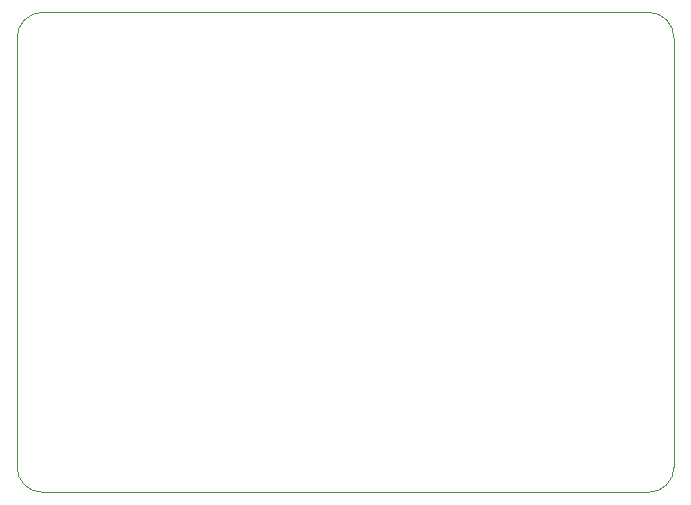
<source format=gm1>
G04 #@! TF.GenerationSoftware,KiCad,Pcbnew,(5.1.0-0)*
G04 #@! TF.CreationDate,2019-03-15T08:32:40-07:00*
G04 #@! TF.ProjectId,unijoysticle,756e696a-6f79-4737-9469-636c652e6b69,rev?*
G04 #@! TF.SameCoordinates,Original*
G04 #@! TF.FileFunction,Profile,NP*
%FSLAX46Y46*%
G04 Gerber Fmt 4.6, Leading zero omitted, Abs format (unit mm)*
G04 Created by KiCad (PCBNEW (5.1.0-0)) date 2019-03-15 08:32:40*
%MOMM*%
%LPD*%
G04 APERTURE LIST*
%ADD10C,0.100000*%
G04 APERTURE END LIST*
D10*
X170434000Y-113411000D02*
G75*
G02X168275000Y-115570000I-2159000J0D01*
G01*
X116967000Y-115570000D02*
G75*
G02X114808000Y-113411000I0J2159000D01*
G01*
X168275000Y-74930000D02*
G75*
G02X170434000Y-77089000I0J-2159000D01*
G01*
X114808000Y-77089000D02*
G75*
G02X116967000Y-74930000I2159000J0D01*
G01*
X116967000Y-115570000D02*
X168275000Y-115570000D01*
X114808000Y-77089000D02*
X114808000Y-113411000D01*
X168275000Y-74930000D02*
X116967000Y-74930000D01*
X170434000Y-77089000D02*
X170434000Y-113411000D01*
M02*

</source>
